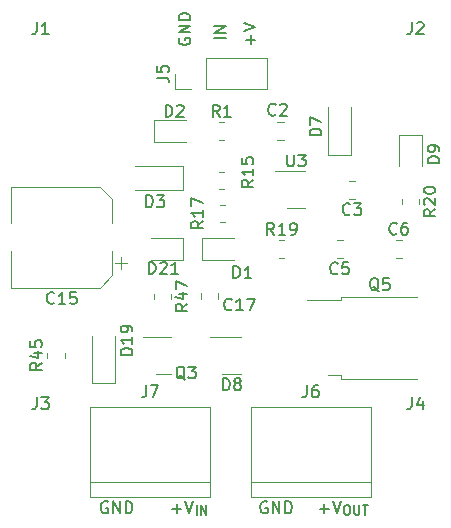
<source format=gbr>
%TF.GenerationSoftware,KiCad,Pcbnew,7.0.5*%
%TF.CreationDate,2023-09-16T15:34:49-07:00*%
%TF.ProjectId,HighSideSwitchModule,48696768-5369-4646-9553-77697463684d,rev?*%
%TF.SameCoordinates,Original*%
%TF.FileFunction,Legend,Top*%
%TF.FilePolarity,Positive*%
%FSLAX46Y46*%
G04 Gerber Fmt 4.6, Leading zero omitted, Abs format (unit mm)*
G04 Created by KiCad (PCBNEW 7.0.5) date 2023-09-16 15:34:49*
%MOMM*%
%LPD*%
G01*
G04 APERTURE LIST*
%ADD10C,0.150000*%
%ADD11C,0.120000*%
G04 APERTURE END LIST*
D10*
X150836779Y-93988866D02*
X151598684Y-93988866D01*
X151217731Y-94369819D02*
X151217731Y-93607914D01*
X151932017Y-93369819D02*
X152265350Y-94369819D01*
X152265350Y-94369819D02*
X152598683Y-93369819D01*
X152884398Y-94480295D02*
X152884398Y-93680295D01*
X153265350Y-94480295D02*
X153265350Y-93680295D01*
X153265350Y-93680295D02*
X153722493Y-94480295D01*
X153722493Y-94480295D02*
X153722493Y-93680295D01*
X151417438Y-54139411D02*
X151369819Y-54234649D01*
X151369819Y-54234649D02*
X151369819Y-54377506D01*
X151369819Y-54377506D02*
X151417438Y-54520363D01*
X151417438Y-54520363D02*
X151512676Y-54615601D01*
X151512676Y-54615601D02*
X151607914Y-54663220D01*
X151607914Y-54663220D02*
X151798390Y-54710839D01*
X151798390Y-54710839D02*
X151941247Y-54710839D01*
X151941247Y-54710839D02*
X152131723Y-54663220D01*
X152131723Y-54663220D02*
X152226961Y-54615601D01*
X152226961Y-54615601D02*
X152322200Y-54520363D01*
X152322200Y-54520363D02*
X152369819Y-54377506D01*
X152369819Y-54377506D02*
X152369819Y-54282268D01*
X152369819Y-54282268D02*
X152322200Y-54139411D01*
X152322200Y-54139411D02*
X152274580Y-54091792D01*
X152274580Y-54091792D02*
X151941247Y-54091792D01*
X151941247Y-54091792D02*
X151941247Y-54282268D01*
X152369819Y-53663220D02*
X151369819Y-53663220D01*
X151369819Y-53663220D02*
X152369819Y-53091792D01*
X152369819Y-53091792D02*
X151369819Y-53091792D01*
X152369819Y-52615601D02*
X151369819Y-52615601D01*
X151369819Y-52615601D02*
X151369819Y-52377506D01*
X151369819Y-52377506D02*
X151417438Y-52234649D01*
X151417438Y-52234649D02*
X151512676Y-52139411D01*
X151512676Y-52139411D02*
X151607914Y-52091792D01*
X151607914Y-52091792D02*
X151798390Y-52044173D01*
X151798390Y-52044173D02*
X151941247Y-52044173D01*
X151941247Y-52044173D02*
X152131723Y-52091792D01*
X152131723Y-52091792D02*
X152226961Y-52139411D01*
X152226961Y-52139411D02*
X152322200Y-52234649D01*
X152322200Y-52234649D02*
X152369819Y-52377506D01*
X152369819Y-52377506D02*
X152369819Y-52615601D01*
X163336779Y-93988866D02*
X164098684Y-93988866D01*
X163717731Y-94369819D02*
X163717731Y-93607914D01*
X164432017Y-93369819D02*
X164765350Y-94369819D01*
X164765350Y-94369819D02*
X165098683Y-93369819D01*
X165536779Y-93680295D02*
X165689160Y-93680295D01*
X165689160Y-93680295D02*
X165765350Y-93718390D01*
X165765350Y-93718390D02*
X165841541Y-93794580D01*
X165841541Y-93794580D02*
X165879636Y-93946961D01*
X165879636Y-93946961D02*
X165879636Y-94213628D01*
X165879636Y-94213628D02*
X165841541Y-94366009D01*
X165841541Y-94366009D02*
X165765350Y-94442200D01*
X165765350Y-94442200D02*
X165689160Y-94480295D01*
X165689160Y-94480295D02*
X165536779Y-94480295D01*
X165536779Y-94480295D02*
X165460588Y-94442200D01*
X165460588Y-94442200D02*
X165384398Y-94366009D01*
X165384398Y-94366009D02*
X165346302Y-94213628D01*
X165346302Y-94213628D02*
X165346302Y-93946961D01*
X165346302Y-93946961D02*
X165384398Y-93794580D01*
X165384398Y-93794580D02*
X165460588Y-93718390D01*
X165460588Y-93718390D02*
X165536779Y-93680295D01*
X166222493Y-93680295D02*
X166222493Y-94327914D01*
X166222493Y-94327914D02*
X166260588Y-94404104D01*
X166260588Y-94404104D02*
X166298683Y-94442200D01*
X166298683Y-94442200D02*
X166374874Y-94480295D01*
X166374874Y-94480295D02*
X166527255Y-94480295D01*
X166527255Y-94480295D02*
X166603445Y-94442200D01*
X166603445Y-94442200D02*
X166641540Y-94404104D01*
X166641540Y-94404104D02*
X166679636Y-94327914D01*
X166679636Y-94327914D02*
X166679636Y-93680295D01*
X166946302Y-93680295D02*
X167403445Y-93680295D01*
X167174873Y-94480295D02*
X167174873Y-93680295D01*
X157488866Y-54663220D02*
X157488866Y-53901316D01*
X157869819Y-54282268D02*
X157107914Y-54282268D01*
X156869819Y-53567982D02*
X157869819Y-53234649D01*
X157869819Y-53234649D02*
X156869819Y-52901316D01*
X145360588Y-93417438D02*
X145265350Y-93369819D01*
X145265350Y-93369819D02*
X145122493Y-93369819D01*
X145122493Y-93369819D02*
X144979636Y-93417438D01*
X144979636Y-93417438D02*
X144884398Y-93512676D01*
X144884398Y-93512676D02*
X144836779Y-93607914D01*
X144836779Y-93607914D02*
X144789160Y-93798390D01*
X144789160Y-93798390D02*
X144789160Y-93941247D01*
X144789160Y-93941247D02*
X144836779Y-94131723D01*
X144836779Y-94131723D02*
X144884398Y-94226961D01*
X144884398Y-94226961D02*
X144979636Y-94322200D01*
X144979636Y-94322200D02*
X145122493Y-94369819D01*
X145122493Y-94369819D02*
X145217731Y-94369819D01*
X145217731Y-94369819D02*
X145360588Y-94322200D01*
X145360588Y-94322200D02*
X145408207Y-94274580D01*
X145408207Y-94274580D02*
X145408207Y-93941247D01*
X145408207Y-93941247D02*
X145217731Y-93941247D01*
X145836779Y-94369819D02*
X145836779Y-93369819D01*
X145836779Y-93369819D02*
X146408207Y-94369819D01*
X146408207Y-94369819D02*
X146408207Y-93369819D01*
X146884398Y-94369819D02*
X146884398Y-93369819D01*
X146884398Y-93369819D02*
X147122493Y-93369819D01*
X147122493Y-93369819D02*
X147265350Y-93417438D01*
X147265350Y-93417438D02*
X147360588Y-93512676D01*
X147360588Y-93512676D02*
X147408207Y-93607914D01*
X147408207Y-93607914D02*
X147455826Y-93798390D01*
X147455826Y-93798390D02*
X147455826Y-93941247D01*
X147455826Y-93941247D02*
X147408207Y-94131723D01*
X147408207Y-94131723D02*
X147360588Y-94226961D01*
X147360588Y-94226961D02*
X147265350Y-94322200D01*
X147265350Y-94322200D02*
X147122493Y-94369819D01*
X147122493Y-94369819D02*
X146884398Y-94369819D01*
X158860588Y-93417438D02*
X158765350Y-93369819D01*
X158765350Y-93369819D02*
X158622493Y-93369819D01*
X158622493Y-93369819D02*
X158479636Y-93417438D01*
X158479636Y-93417438D02*
X158384398Y-93512676D01*
X158384398Y-93512676D02*
X158336779Y-93607914D01*
X158336779Y-93607914D02*
X158289160Y-93798390D01*
X158289160Y-93798390D02*
X158289160Y-93941247D01*
X158289160Y-93941247D02*
X158336779Y-94131723D01*
X158336779Y-94131723D02*
X158384398Y-94226961D01*
X158384398Y-94226961D02*
X158479636Y-94322200D01*
X158479636Y-94322200D02*
X158622493Y-94369819D01*
X158622493Y-94369819D02*
X158717731Y-94369819D01*
X158717731Y-94369819D02*
X158860588Y-94322200D01*
X158860588Y-94322200D02*
X158908207Y-94274580D01*
X158908207Y-94274580D02*
X158908207Y-93941247D01*
X158908207Y-93941247D02*
X158717731Y-93941247D01*
X159336779Y-94369819D02*
X159336779Y-93369819D01*
X159336779Y-93369819D02*
X159908207Y-94369819D01*
X159908207Y-94369819D02*
X159908207Y-93369819D01*
X160384398Y-94369819D02*
X160384398Y-93369819D01*
X160384398Y-93369819D02*
X160622493Y-93369819D01*
X160622493Y-93369819D02*
X160765350Y-93417438D01*
X160765350Y-93417438D02*
X160860588Y-93512676D01*
X160860588Y-93512676D02*
X160908207Y-93607914D01*
X160908207Y-93607914D02*
X160955826Y-93798390D01*
X160955826Y-93798390D02*
X160955826Y-93941247D01*
X160955826Y-93941247D02*
X160908207Y-94131723D01*
X160908207Y-94131723D02*
X160860588Y-94226961D01*
X160860588Y-94226961D02*
X160765350Y-94322200D01*
X160765350Y-94322200D02*
X160622493Y-94369819D01*
X160622493Y-94369819D02*
X160384398Y-94369819D01*
X155369819Y-54163220D02*
X154369819Y-54163220D01*
X155369819Y-53687030D02*
X154369819Y-53687030D01*
X154369819Y-53687030D02*
X155369819Y-53115602D01*
X155369819Y-53115602D02*
X154369819Y-53115602D01*
%TO.C,C6*%
X169833333Y-70679580D02*
X169785714Y-70727200D01*
X169785714Y-70727200D02*
X169642857Y-70774819D01*
X169642857Y-70774819D02*
X169547619Y-70774819D01*
X169547619Y-70774819D02*
X169404762Y-70727200D01*
X169404762Y-70727200D02*
X169309524Y-70631961D01*
X169309524Y-70631961D02*
X169261905Y-70536723D01*
X169261905Y-70536723D02*
X169214286Y-70346247D01*
X169214286Y-70346247D02*
X169214286Y-70203390D01*
X169214286Y-70203390D02*
X169261905Y-70012914D01*
X169261905Y-70012914D02*
X169309524Y-69917676D01*
X169309524Y-69917676D02*
X169404762Y-69822438D01*
X169404762Y-69822438D02*
X169547619Y-69774819D01*
X169547619Y-69774819D02*
X169642857Y-69774819D01*
X169642857Y-69774819D02*
X169785714Y-69822438D01*
X169785714Y-69822438D02*
X169833333Y-69870057D01*
X170690476Y-69774819D02*
X170500000Y-69774819D01*
X170500000Y-69774819D02*
X170404762Y-69822438D01*
X170404762Y-69822438D02*
X170357143Y-69870057D01*
X170357143Y-69870057D02*
X170261905Y-70012914D01*
X170261905Y-70012914D02*
X170214286Y-70203390D01*
X170214286Y-70203390D02*
X170214286Y-70584342D01*
X170214286Y-70584342D02*
X170261905Y-70679580D01*
X170261905Y-70679580D02*
X170309524Y-70727200D01*
X170309524Y-70727200D02*
X170404762Y-70774819D01*
X170404762Y-70774819D02*
X170595238Y-70774819D01*
X170595238Y-70774819D02*
X170690476Y-70727200D01*
X170690476Y-70727200D02*
X170738095Y-70679580D01*
X170738095Y-70679580D02*
X170785714Y-70584342D01*
X170785714Y-70584342D02*
X170785714Y-70346247D01*
X170785714Y-70346247D02*
X170738095Y-70251009D01*
X170738095Y-70251009D02*
X170690476Y-70203390D01*
X170690476Y-70203390D02*
X170595238Y-70155771D01*
X170595238Y-70155771D02*
X170404762Y-70155771D01*
X170404762Y-70155771D02*
X170309524Y-70203390D01*
X170309524Y-70203390D02*
X170261905Y-70251009D01*
X170261905Y-70251009D02*
X170214286Y-70346247D01*
%TO.C,Q3*%
X151904761Y-83050057D02*
X151809523Y-83002438D01*
X151809523Y-83002438D02*
X151714285Y-82907200D01*
X151714285Y-82907200D02*
X151571428Y-82764342D01*
X151571428Y-82764342D02*
X151476190Y-82716723D01*
X151476190Y-82716723D02*
X151380952Y-82716723D01*
X151428571Y-82954819D02*
X151333333Y-82907200D01*
X151333333Y-82907200D02*
X151238095Y-82811961D01*
X151238095Y-82811961D02*
X151190476Y-82621485D01*
X151190476Y-82621485D02*
X151190476Y-82288152D01*
X151190476Y-82288152D02*
X151238095Y-82097676D01*
X151238095Y-82097676D02*
X151333333Y-82002438D01*
X151333333Y-82002438D02*
X151428571Y-81954819D01*
X151428571Y-81954819D02*
X151619047Y-81954819D01*
X151619047Y-81954819D02*
X151714285Y-82002438D01*
X151714285Y-82002438D02*
X151809523Y-82097676D01*
X151809523Y-82097676D02*
X151857142Y-82288152D01*
X151857142Y-82288152D02*
X151857142Y-82621485D01*
X151857142Y-82621485D02*
X151809523Y-82811961D01*
X151809523Y-82811961D02*
X151714285Y-82907200D01*
X151714285Y-82907200D02*
X151619047Y-82954819D01*
X151619047Y-82954819D02*
X151428571Y-82954819D01*
X152190476Y-81954819D02*
X152809523Y-81954819D01*
X152809523Y-81954819D02*
X152476190Y-82335771D01*
X152476190Y-82335771D02*
X152619047Y-82335771D01*
X152619047Y-82335771D02*
X152714285Y-82383390D01*
X152714285Y-82383390D02*
X152761904Y-82431009D01*
X152761904Y-82431009D02*
X152809523Y-82526247D01*
X152809523Y-82526247D02*
X152809523Y-82764342D01*
X152809523Y-82764342D02*
X152761904Y-82859580D01*
X152761904Y-82859580D02*
X152714285Y-82907200D01*
X152714285Y-82907200D02*
X152619047Y-82954819D01*
X152619047Y-82954819D02*
X152333333Y-82954819D01*
X152333333Y-82954819D02*
X152238095Y-82907200D01*
X152238095Y-82907200D02*
X152190476Y-82859580D01*
%TO.C,J1*%
X139366666Y-52804819D02*
X139366666Y-53519104D01*
X139366666Y-53519104D02*
X139319047Y-53661961D01*
X139319047Y-53661961D02*
X139223809Y-53757200D01*
X139223809Y-53757200D02*
X139080952Y-53804819D01*
X139080952Y-53804819D02*
X138985714Y-53804819D01*
X140366666Y-53804819D02*
X139795238Y-53804819D01*
X140080952Y-53804819D02*
X140080952Y-52804819D01*
X140080952Y-52804819D02*
X139985714Y-52947676D01*
X139985714Y-52947676D02*
X139890476Y-53042914D01*
X139890476Y-53042914D02*
X139795238Y-53090533D01*
%TO.C,D3*%
X148611905Y-68454819D02*
X148611905Y-67454819D01*
X148611905Y-67454819D02*
X148850000Y-67454819D01*
X148850000Y-67454819D02*
X148992857Y-67502438D01*
X148992857Y-67502438D02*
X149088095Y-67597676D01*
X149088095Y-67597676D02*
X149135714Y-67692914D01*
X149135714Y-67692914D02*
X149183333Y-67883390D01*
X149183333Y-67883390D02*
X149183333Y-68026247D01*
X149183333Y-68026247D02*
X149135714Y-68216723D01*
X149135714Y-68216723D02*
X149088095Y-68311961D01*
X149088095Y-68311961D02*
X148992857Y-68407200D01*
X148992857Y-68407200D02*
X148850000Y-68454819D01*
X148850000Y-68454819D02*
X148611905Y-68454819D01*
X149516667Y-67454819D02*
X150135714Y-67454819D01*
X150135714Y-67454819D02*
X149802381Y-67835771D01*
X149802381Y-67835771D02*
X149945238Y-67835771D01*
X149945238Y-67835771D02*
X150040476Y-67883390D01*
X150040476Y-67883390D02*
X150088095Y-67931009D01*
X150088095Y-67931009D02*
X150135714Y-68026247D01*
X150135714Y-68026247D02*
X150135714Y-68264342D01*
X150135714Y-68264342D02*
X150088095Y-68359580D01*
X150088095Y-68359580D02*
X150040476Y-68407200D01*
X150040476Y-68407200D02*
X149945238Y-68454819D01*
X149945238Y-68454819D02*
X149659524Y-68454819D01*
X149659524Y-68454819D02*
X149564286Y-68407200D01*
X149564286Y-68407200D02*
X149516667Y-68359580D01*
%TO.C,D8*%
X155124405Y-83954819D02*
X155124405Y-82954819D01*
X155124405Y-82954819D02*
X155362500Y-82954819D01*
X155362500Y-82954819D02*
X155505357Y-83002438D01*
X155505357Y-83002438D02*
X155600595Y-83097676D01*
X155600595Y-83097676D02*
X155648214Y-83192914D01*
X155648214Y-83192914D02*
X155695833Y-83383390D01*
X155695833Y-83383390D02*
X155695833Y-83526247D01*
X155695833Y-83526247D02*
X155648214Y-83716723D01*
X155648214Y-83716723D02*
X155600595Y-83811961D01*
X155600595Y-83811961D02*
X155505357Y-83907200D01*
X155505357Y-83907200D02*
X155362500Y-83954819D01*
X155362500Y-83954819D02*
X155124405Y-83954819D01*
X156267262Y-83383390D02*
X156172024Y-83335771D01*
X156172024Y-83335771D02*
X156124405Y-83288152D01*
X156124405Y-83288152D02*
X156076786Y-83192914D01*
X156076786Y-83192914D02*
X156076786Y-83145295D01*
X156076786Y-83145295D02*
X156124405Y-83050057D01*
X156124405Y-83050057D02*
X156172024Y-83002438D01*
X156172024Y-83002438D02*
X156267262Y-82954819D01*
X156267262Y-82954819D02*
X156457738Y-82954819D01*
X156457738Y-82954819D02*
X156552976Y-83002438D01*
X156552976Y-83002438D02*
X156600595Y-83050057D01*
X156600595Y-83050057D02*
X156648214Y-83145295D01*
X156648214Y-83145295D02*
X156648214Y-83192914D01*
X156648214Y-83192914D02*
X156600595Y-83288152D01*
X156600595Y-83288152D02*
X156552976Y-83335771D01*
X156552976Y-83335771D02*
X156457738Y-83383390D01*
X156457738Y-83383390D02*
X156267262Y-83383390D01*
X156267262Y-83383390D02*
X156172024Y-83431009D01*
X156172024Y-83431009D02*
X156124405Y-83478628D01*
X156124405Y-83478628D02*
X156076786Y-83573866D01*
X156076786Y-83573866D02*
X156076786Y-83764342D01*
X156076786Y-83764342D02*
X156124405Y-83859580D01*
X156124405Y-83859580D02*
X156172024Y-83907200D01*
X156172024Y-83907200D02*
X156267262Y-83954819D01*
X156267262Y-83954819D02*
X156457738Y-83954819D01*
X156457738Y-83954819D02*
X156552976Y-83907200D01*
X156552976Y-83907200D02*
X156600595Y-83859580D01*
X156600595Y-83859580D02*
X156648214Y-83764342D01*
X156648214Y-83764342D02*
X156648214Y-83573866D01*
X156648214Y-83573866D02*
X156600595Y-83478628D01*
X156600595Y-83478628D02*
X156552976Y-83431009D01*
X156552976Y-83431009D02*
X156457738Y-83383390D01*
%TO.C,R47*%
X152104819Y-76642857D02*
X151628628Y-76976190D01*
X152104819Y-77214285D02*
X151104819Y-77214285D01*
X151104819Y-77214285D02*
X151104819Y-76833333D01*
X151104819Y-76833333D02*
X151152438Y-76738095D01*
X151152438Y-76738095D02*
X151200057Y-76690476D01*
X151200057Y-76690476D02*
X151295295Y-76642857D01*
X151295295Y-76642857D02*
X151438152Y-76642857D01*
X151438152Y-76642857D02*
X151533390Y-76690476D01*
X151533390Y-76690476D02*
X151581009Y-76738095D01*
X151581009Y-76738095D02*
X151628628Y-76833333D01*
X151628628Y-76833333D02*
X151628628Y-77214285D01*
X151438152Y-75785714D02*
X152104819Y-75785714D01*
X151057200Y-76023809D02*
X151771485Y-76261904D01*
X151771485Y-76261904D02*
X151771485Y-75642857D01*
X151104819Y-75357142D02*
X151104819Y-74690476D01*
X151104819Y-74690476D02*
X152104819Y-75119047D01*
%TO.C,D2*%
X150261905Y-60804819D02*
X150261905Y-59804819D01*
X150261905Y-59804819D02*
X150500000Y-59804819D01*
X150500000Y-59804819D02*
X150642857Y-59852438D01*
X150642857Y-59852438D02*
X150738095Y-59947676D01*
X150738095Y-59947676D02*
X150785714Y-60042914D01*
X150785714Y-60042914D02*
X150833333Y-60233390D01*
X150833333Y-60233390D02*
X150833333Y-60376247D01*
X150833333Y-60376247D02*
X150785714Y-60566723D01*
X150785714Y-60566723D02*
X150738095Y-60661961D01*
X150738095Y-60661961D02*
X150642857Y-60757200D01*
X150642857Y-60757200D02*
X150500000Y-60804819D01*
X150500000Y-60804819D02*
X150261905Y-60804819D01*
X151214286Y-59900057D02*
X151261905Y-59852438D01*
X151261905Y-59852438D02*
X151357143Y-59804819D01*
X151357143Y-59804819D02*
X151595238Y-59804819D01*
X151595238Y-59804819D02*
X151690476Y-59852438D01*
X151690476Y-59852438D02*
X151738095Y-59900057D01*
X151738095Y-59900057D02*
X151785714Y-59995295D01*
X151785714Y-59995295D02*
X151785714Y-60090533D01*
X151785714Y-60090533D02*
X151738095Y-60233390D01*
X151738095Y-60233390D02*
X151166667Y-60804819D01*
X151166667Y-60804819D02*
X151785714Y-60804819D01*
%TO.C,J3*%
X139366666Y-84554819D02*
X139366666Y-85269104D01*
X139366666Y-85269104D02*
X139319047Y-85411961D01*
X139319047Y-85411961D02*
X139223809Y-85507200D01*
X139223809Y-85507200D02*
X139080952Y-85554819D01*
X139080952Y-85554819D02*
X138985714Y-85554819D01*
X139747619Y-84554819D02*
X140366666Y-84554819D01*
X140366666Y-84554819D02*
X140033333Y-84935771D01*
X140033333Y-84935771D02*
X140176190Y-84935771D01*
X140176190Y-84935771D02*
X140271428Y-84983390D01*
X140271428Y-84983390D02*
X140319047Y-85031009D01*
X140319047Y-85031009D02*
X140366666Y-85126247D01*
X140366666Y-85126247D02*
X140366666Y-85364342D01*
X140366666Y-85364342D02*
X140319047Y-85459580D01*
X140319047Y-85459580D02*
X140271428Y-85507200D01*
X140271428Y-85507200D02*
X140176190Y-85554819D01*
X140176190Y-85554819D02*
X139890476Y-85554819D01*
X139890476Y-85554819D02*
X139795238Y-85507200D01*
X139795238Y-85507200D02*
X139747619Y-85459580D01*
%TO.C,R1*%
X154833333Y-60804819D02*
X154500000Y-60328628D01*
X154261905Y-60804819D02*
X154261905Y-59804819D01*
X154261905Y-59804819D02*
X154642857Y-59804819D01*
X154642857Y-59804819D02*
X154738095Y-59852438D01*
X154738095Y-59852438D02*
X154785714Y-59900057D01*
X154785714Y-59900057D02*
X154833333Y-59995295D01*
X154833333Y-59995295D02*
X154833333Y-60138152D01*
X154833333Y-60138152D02*
X154785714Y-60233390D01*
X154785714Y-60233390D02*
X154738095Y-60281009D01*
X154738095Y-60281009D02*
X154642857Y-60328628D01*
X154642857Y-60328628D02*
X154261905Y-60328628D01*
X155785714Y-60804819D02*
X155214286Y-60804819D01*
X155500000Y-60804819D02*
X155500000Y-59804819D01*
X155500000Y-59804819D02*
X155404762Y-59947676D01*
X155404762Y-59947676D02*
X155309524Y-60042914D01*
X155309524Y-60042914D02*
X155214286Y-60090533D01*
%TO.C,R19*%
X159444642Y-70804819D02*
X159111309Y-70328628D01*
X158873214Y-70804819D02*
X158873214Y-69804819D01*
X158873214Y-69804819D02*
X159254166Y-69804819D01*
X159254166Y-69804819D02*
X159349404Y-69852438D01*
X159349404Y-69852438D02*
X159397023Y-69900057D01*
X159397023Y-69900057D02*
X159444642Y-69995295D01*
X159444642Y-69995295D02*
X159444642Y-70138152D01*
X159444642Y-70138152D02*
X159397023Y-70233390D01*
X159397023Y-70233390D02*
X159349404Y-70281009D01*
X159349404Y-70281009D02*
X159254166Y-70328628D01*
X159254166Y-70328628D02*
X158873214Y-70328628D01*
X160397023Y-70804819D02*
X159825595Y-70804819D01*
X160111309Y-70804819D02*
X160111309Y-69804819D01*
X160111309Y-69804819D02*
X160016071Y-69947676D01*
X160016071Y-69947676D02*
X159920833Y-70042914D01*
X159920833Y-70042914D02*
X159825595Y-70090533D01*
X160873214Y-70804819D02*
X161063690Y-70804819D01*
X161063690Y-70804819D02*
X161158928Y-70757200D01*
X161158928Y-70757200D02*
X161206547Y-70709580D01*
X161206547Y-70709580D02*
X161301785Y-70566723D01*
X161301785Y-70566723D02*
X161349404Y-70376247D01*
X161349404Y-70376247D02*
X161349404Y-69995295D01*
X161349404Y-69995295D02*
X161301785Y-69900057D01*
X161301785Y-69900057D02*
X161254166Y-69852438D01*
X161254166Y-69852438D02*
X161158928Y-69804819D01*
X161158928Y-69804819D02*
X160968452Y-69804819D01*
X160968452Y-69804819D02*
X160873214Y-69852438D01*
X160873214Y-69852438D02*
X160825595Y-69900057D01*
X160825595Y-69900057D02*
X160777976Y-69995295D01*
X160777976Y-69995295D02*
X160777976Y-70233390D01*
X160777976Y-70233390D02*
X160825595Y-70328628D01*
X160825595Y-70328628D02*
X160873214Y-70376247D01*
X160873214Y-70376247D02*
X160968452Y-70423866D01*
X160968452Y-70423866D02*
X161158928Y-70423866D01*
X161158928Y-70423866D02*
X161254166Y-70376247D01*
X161254166Y-70376247D02*
X161301785Y-70328628D01*
X161301785Y-70328628D02*
X161349404Y-70233390D01*
%TO.C,C15*%
X140832142Y-76559580D02*
X140784523Y-76607200D01*
X140784523Y-76607200D02*
X140641666Y-76654819D01*
X140641666Y-76654819D02*
X140546428Y-76654819D01*
X140546428Y-76654819D02*
X140403571Y-76607200D01*
X140403571Y-76607200D02*
X140308333Y-76511961D01*
X140308333Y-76511961D02*
X140260714Y-76416723D01*
X140260714Y-76416723D02*
X140213095Y-76226247D01*
X140213095Y-76226247D02*
X140213095Y-76083390D01*
X140213095Y-76083390D02*
X140260714Y-75892914D01*
X140260714Y-75892914D02*
X140308333Y-75797676D01*
X140308333Y-75797676D02*
X140403571Y-75702438D01*
X140403571Y-75702438D02*
X140546428Y-75654819D01*
X140546428Y-75654819D02*
X140641666Y-75654819D01*
X140641666Y-75654819D02*
X140784523Y-75702438D01*
X140784523Y-75702438D02*
X140832142Y-75750057D01*
X141784523Y-76654819D02*
X141213095Y-76654819D01*
X141498809Y-76654819D02*
X141498809Y-75654819D01*
X141498809Y-75654819D02*
X141403571Y-75797676D01*
X141403571Y-75797676D02*
X141308333Y-75892914D01*
X141308333Y-75892914D02*
X141213095Y-75940533D01*
X142689285Y-75654819D02*
X142213095Y-75654819D01*
X142213095Y-75654819D02*
X142165476Y-76131009D01*
X142165476Y-76131009D02*
X142213095Y-76083390D01*
X142213095Y-76083390D02*
X142308333Y-76035771D01*
X142308333Y-76035771D02*
X142546428Y-76035771D01*
X142546428Y-76035771D02*
X142641666Y-76083390D01*
X142641666Y-76083390D02*
X142689285Y-76131009D01*
X142689285Y-76131009D02*
X142736904Y-76226247D01*
X142736904Y-76226247D02*
X142736904Y-76464342D01*
X142736904Y-76464342D02*
X142689285Y-76559580D01*
X142689285Y-76559580D02*
X142641666Y-76607200D01*
X142641666Y-76607200D02*
X142546428Y-76654819D01*
X142546428Y-76654819D02*
X142308333Y-76654819D01*
X142308333Y-76654819D02*
X142213095Y-76607200D01*
X142213095Y-76607200D02*
X142165476Y-76559580D01*
%TO.C,R45*%
X139804819Y-81642857D02*
X139328628Y-81976190D01*
X139804819Y-82214285D02*
X138804819Y-82214285D01*
X138804819Y-82214285D02*
X138804819Y-81833333D01*
X138804819Y-81833333D02*
X138852438Y-81738095D01*
X138852438Y-81738095D02*
X138900057Y-81690476D01*
X138900057Y-81690476D02*
X138995295Y-81642857D01*
X138995295Y-81642857D02*
X139138152Y-81642857D01*
X139138152Y-81642857D02*
X139233390Y-81690476D01*
X139233390Y-81690476D02*
X139281009Y-81738095D01*
X139281009Y-81738095D02*
X139328628Y-81833333D01*
X139328628Y-81833333D02*
X139328628Y-82214285D01*
X139138152Y-80785714D02*
X139804819Y-80785714D01*
X138757200Y-81023809D02*
X139471485Y-81261904D01*
X139471485Y-81261904D02*
X139471485Y-80642857D01*
X138804819Y-79785714D02*
X138804819Y-80261904D01*
X138804819Y-80261904D02*
X139281009Y-80309523D01*
X139281009Y-80309523D02*
X139233390Y-80261904D01*
X139233390Y-80261904D02*
X139185771Y-80166666D01*
X139185771Y-80166666D02*
X139185771Y-79928571D01*
X139185771Y-79928571D02*
X139233390Y-79833333D01*
X139233390Y-79833333D02*
X139281009Y-79785714D01*
X139281009Y-79785714D02*
X139376247Y-79738095D01*
X139376247Y-79738095D02*
X139614342Y-79738095D01*
X139614342Y-79738095D02*
X139709580Y-79785714D01*
X139709580Y-79785714D02*
X139757200Y-79833333D01*
X139757200Y-79833333D02*
X139804819Y-79928571D01*
X139804819Y-79928571D02*
X139804819Y-80166666D01*
X139804819Y-80166666D02*
X139757200Y-80261904D01*
X139757200Y-80261904D02*
X139709580Y-80309523D01*
%TO.C,J4*%
X171116666Y-84554819D02*
X171116666Y-85269104D01*
X171116666Y-85269104D02*
X171069047Y-85411961D01*
X171069047Y-85411961D02*
X170973809Y-85507200D01*
X170973809Y-85507200D02*
X170830952Y-85554819D01*
X170830952Y-85554819D02*
X170735714Y-85554819D01*
X172021428Y-84888152D02*
X172021428Y-85554819D01*
X171783333Y-84507200D02*
X171545238Y-85221485D01*
X171545238Y-85221485D02*
X172164285Y-85221485D01*
%TO.C,J6*%
X162226666Y-83549319D02*
X162226666Y-84263604D01*
X162226666Y-84263604D02*
X162179047Y-84406461D01*
X162179047Y-84406461D02*
X162083809Y-84501700D01*
X162083809Y-84501700D02*
X161940952Y-84549319D01*
X161940952Y-84549319D02*
X161845714Y-84549319D01*
X163131428Y-83549319D02*
X162940952Y-83549319D01*
X162940952Y-83549319D02*
X162845714Y-83596938D01*
X162845714Y-83596938D02*
X162798095Y-83644557D01*
X162798095Y-83644557D02*
X162702857Y-83787414D01*
X162702857Y-83787414D02*
X162655238Y-83977890D01*
X162655238Y-83977890D02*
X162655238Y-84358842D01*
X162655238Y-84358842D02*
X162702857Y-84454080D01*
X162702857Y-84454080D02*
X162750476Y-84501700D01*
X162750476Y-84501700D02*
X162845714Y-84549319D01*
X162845714Y-84549319D02*
X163036190Y-84549319D01*
X163036190Y-84549319D02*
X163131428Y-84501700D01*
X163131428Y-84501700D02*
X163179047Y-84454080D01*
X163179047Y-84454080D02*
X163226666Y-84358842D01*
X163226666Y-84358842D02*
X163226666Y-84120747D01*
X163226666Y-84120747D02*
X163179047Y-84025509D01*
X163179047Y-84025509D02*
X163131428Y-83977890D01*
X163131428Y-83977890D02*
X163036190Y-83930271D01*
X163036190Y-83930271D02*
X162845714Y-83930271D01*
X162845714Y-83930271D02*
X162750476Y-83977890D01*
X162750476Y-83977890D02*
X162702857Y-84025509D01*
X162702857Y-84025509D02*
X162655238Y-84120747D01*
%TO.C,R17*%
X153454819Y-69642857D02*
X152978628Y-69976190D01*
X153454819Y-70214285D02*
X152454819Y-70214285D01*
X152454819Y-70214285D02*
X152454819Y-69833333D01*
X152454819Y-69833333D02*
X152502438Y-69738095D01*
X152502438Y-69738095D02*
X152550057Y-69690476D01*
X152550057Y-69690476D02*
X152645295Y-69642857D01*
X152645295Y-69642857D02*
X152788152Y-69642857D01*
X152788152Y-69642857D02*
X152883390Y-69690476D01*
X152883390Y-69690476D02*
X152931009Y-69738095D01*
X152931009Y-69738095D02*
X152978628Y-69833333D01*
X152978628Y-69833333D02*
X152978628Y-70214285D01*
X153454819Y-68690476D02*
X153454819Y-69261904D01*
X153454819Y-68976190D02*
X152454819Y-68976190D01*
X152454819Y-68976190D02*
X152597676Y-69071428D01*
X152597676Y-69071428D02*
X152692914Y-69166666D01*
X152692914Y-69166666D02*
X152740533Y-69261904D01*
X152454819Y-68357142D02*
X152454819Y-67690476D01*
X152454819Y-67690476D02*
X153454819Y-68119047D01*
%TO.C,J2*%
X171116666Y-52804819D02*
X171116666Y-53519104D01*
X171116666Y-53519104D02*
X171069047Y-53661961D01*
X171069047Y-53661961D02*
X170973809Y-53757200D01*
X170973809Y-53757200D02*
X170830952Y-53804819D01*
X170830952Y-53804819D02*
X170735714Y-53804819D01*
X171545238Y-52900057D02*
X171592857Y-52852438D01*
X171592857Y-52852438D02*
X171688095Y-52804819D01*
X171688095Y-52804819D02*
X171926190Y-52804819D01*
X171926190Y-52804819D02*
X172021428Y-52852438D01*
X172021428Y-52852438D02*
X172069047Y-52900057D01*
X172069047Y-52900057D02*
X172116666Y-52995295D01*
X172116666Y-52995295D02*
X172116666Y-53090533D01*
X172116666Y-53090533D02*
X172069047Y-53233390D01*
X172069047Y-53233390D02*
X171497619Y-53804819D01*
X171497619Y-53804819D02*
X172116666Y-53804819D01*
%TO.C,D19*%
X147454819Y-80964285D02*
X146454819Y-80964285D01*
X146454819Y-80964285D02*
X146454819Y-80726190D01*
X146454819Y-80726190D02*
X146502438Y-80583333D01*
X146502438Y-80583333D02*
X146597676Y-80488095D01*
X146597676Y-80488095D02*
X146692914Y-80440476D01*
X146692914Y-80440476D02*
X146883390Y-80392857D01*
X146883390Y-80392857D02*
X147026247Y-80392857D01*
X147026247Y-80392857D02*
X147216723Y-80440476D01*
X147216723Y-80440476D02*
X147311961Y-80488095D01*
X147311961Y-80488095D02*
X147407200Y-80583333D01*
X147407200Y-80583333D02*
X147454819Y-80726190D01*
X147454819Y-80726190D02*
X147454819Y-80964285D01*
X147454819Y-79440476D02*
X147454819Y-80011904D01*
X147454819Y-79726190D02*
X146454819Y-79726190D01*
X146454819Y-79726190D02*
X146597676Y-79821428D01*
X146597676Y-79821428D02*
X146692914Y-79916666D01*
X146692914Y-79916666D02*
X146740533Y-80011904D01*
X147454819Y-78964285D02*
X147454819Y-78773809D01*
X147454819Y-78773809D02*
X147407200Y-78678571D01*
X147407200Y-78678571D02*
X147359580Y-78630952D01*
X147359580Y-78630952D02*
X147216723Y-78535714D01*
X147216723Y-78535714D02*
X147026247Y-78488095D01*
X147026247Y-78488095D02*
X146645295Y-78488095D01*
X146645295Y-78488095D02*
X146550057Y-78535714D01*
X146550057Y-78535714D02*
X146502438Y-78583333D01*
X146502438Y-78583333D02*
X146454819Y-78678571D01*
X146454819Y-78678571D02*
X146454819Y-78869047D01*
X146454819Y-78869047D02*
X146502438Y-78964285D01*
X146502438Y-78964285D02*
X146550057Y-79011904D01*
X146550057Y-79011904D02*
X146645295Y-79059523D01*
X146645295Y-79059523D02*
X146883390Y-79059523D01*
X146883390Y-79059523D02*
X146978628Y-79011904D01*
X146978628Y-79011904D02*
X147026247Y-78964285D01*
X147026247Y-78964285D02*
X147073866Y-78869047D01*
X147073866Y-78869047D02*
X147073866Y-78678571D01*
X147073866Y-78678571D02*
X147026247Y-78583333D01*
X147026247Y-78583333D02*
X146978628Y-78535714D01*
X146978628Y-78535714D02*
X146883390Y-78488095D01*
%TO.C,J7*%
X148614666Y-83549319D02*
X148614666Y-84263604D01*
X148614666Y-84263604D02*
X148567047Y-84406461D01*
X148567047Y-84406461D02*
X148471809Y-84501700D01*
X148471809Y-84501700D02*
X148328952Y-84549319D01*
X148328952Y-84549319D02*
X148233714Y-84549319D01*
X148995619Y-83549319D02*
X149662285Y-83549319D01*
X149662285Y-83549319D02*
X149233714Y-84549319D01*
%TO.C,C5*%
X164833333Y-74039580D02*
X164785714Y-74087200D01*
X164785714Y-74087200D02*
X164642857Y-74134819D01*
X164642857Y-74134819D02*
X164547619Y-74134819D01*
X164547619Y-74134819D02*
X164404762Y-74087200D01*
X164404762Y-74087200D02*
X164309524Y-73991961D01*
X164309524Y-73991961D02*
X164261905Y-73896723D01*
X164261905Y-73896723D02*
X164214286Y-73706247D01*
X164214286Y-73706247D02*
X164214286Y-73563390D01*
X164214286Y-73563390D02*
X164261905Y-73372914D01*
X164261905Y-73372914D02*
X164309524Y-73277676D01*
X164309524Y-73277676D02*
X164404762Y-73182438D01*
X164404762Y-73182438D02*
X164547619Y-73134819D01*
X164547619Y-73134819D02*
X164642857Y-73134819D01*
X164642857Y-73134819D02*
X164785714Y-73182438D01*
X164785714Y-73182438D02*
X164833333Y-73230057D01*
X165738095Y-73134819D02*
X165261905Y-73134819D01*
X165261905Y-73134819D02*
X165214286Y-73611009D01*
X165214286Y-73611009D02*
X165261905Y-73563390D01*
X165261905Y-73563390D02*
X165357143Y-73515771D01*
X165357143Y-73515771D02*
X165595238Y-73515771D01*
X165595238Y-73515771D02*
X165690476Y-73563390D01*
X165690476Y-73563390D02*
X165738095Y-73611009D01*
X165738095Y-73611009D02*
X165785714Y-73706247D01*
X165785714Y-73706247D02*
X165785714Y-73944342D01*
X165785714Y-73944342D02*
X165738095Y-74039580D01*
X165738095Y-74039580D02*
X165690476Y-74087200D01*
X165690476Y-74087200D02*
X165595238Y-74134819D01*
X165595238Y-74134819D02*
X165357143Y-74134819D01*
X165357143Y-74134819D02*
X165261905Y-74087200D01*
X165261905Y-74087200D02*
X165214286Y-74039580D01*
%TO.C,C17*%
X155857142Y-77109580D02*
X155809523Y-77157200D01*
X155809523Y-77157200D02*
X155666666Y-77204819D01*
X155666666Y-77204819D02*
X155571428Y-77204819D01*
X155571428Y-77204819D02*
X155428571Y-77157200D01*
X155428571Y-77157200D02*
X155333333Y-77061961D01*
X155333333Y-77061961D02*
X155285714Y-76966723D01*
X155285714Y-76966723D02*
X155238095Y-76776247D01*
X155238095Y-76776247D02*
X155238095Y-76633390D01*
X155238095Y-76633390D02*
X155285714Y-76442914D01*
X155285714Y-76442914D02*
X155333333Y-76347676D01*
X155333333Y-76347676D02*
X155428571Y-76252438D01*
X155428571Y-76252438D02*
X155571428Y-76204819D01*
X155571428Y-76204819D02*
X155666666Y-76204819D01*
X155666666Y-76204819D02*
X155809523Y-76252438D01*
X155809523Y-76252438D02*
X155857142Y-76300057D01*
X156809523Y-77204819D02*
X156238095Y-77204819D01*
X156523809Y-77204819D02*
X156523809Y-76204819D01*
X156523809Y-76204819D02*
X156428571Y-76347676D01*
X156428571Y-76347676D02*
X156333333Y-76442914D01*
X156333333Y-76442914D02*
X156238095Y-76490533D01*
X157142857Y-76204819D02*
X157809523Y-76204819D01*
X157809523Y-76204819D02*
X157380952Y-77204819D01*
%TO.C,R15*%
X157704819Y-66142857D02*
X157228628Y-66476190D01*
X157704819Y-66714285D02*
X156704819Y-66714285D01*
X156704819Y-66714285D02*
X156704819Y-66333333D01*
X156704819Y-66333333D02*
X156752438Y-66238095D01*
X156752438Y-66238095D02*
X156800057Y-66190476D01*
X156800057Y-66190476D02*
X156895295Y-66142857D01*
X156895295Y-66142857D02*
X157038152Y-66142857D01*
X157038152Y-66142857D02*
X157133390Y-66190476D01*
X157133390Y-66190476D02*
X157181009Y-66238095D01*
X157181009Y-66238095D02*
X157228628Y-66333333D01*
X157228628Y-66333333D02*
X157228628Y-66714285D01*
X157704819Y-65190476D02*
X157704819Y-65761904D01*
X157704819Y-65476190D02*
X156704819Y-65476190D01*
X156704819Y-65476190D02*
X156847676Y-65571428D01*
X156847676Y-65571428D02*
X156942914Y-65666666D01*
X156942914Y-65666666D02*
X156990533Y-65761904D01*
X156704819Y-64285714D02*
X156704819Y-64761904D01*
X156704819Y-64761904D02*
X157181009Y-64809523D01*
X157181009Y-64809523D02*
X157133390Y-64761904D01*
X157133390Y-64761904D02*
X157085771Y-64666666D01*
X157085771Y-64666666D02*
X157085771Y-64428571D01*
X157085771Y-64428571D02*
X157133390Y-64333333D01*
X157133390Y-64333333D02*
X157181009Y-64285714D01*
X157181009Y-64285714D02*
X157276247Y-64238095D01*
X157276247Y-64238095D02*
X157514342Y-64238095D01*
X157514342Y-64238095D02*
X157609580Y-64285714D01*
X157609580Y-64285714D02*
X157657200Y-64333333D01*
X157657200Y-64333333D02*
X157704819Y-64428571D01*
X157704819Y-64428571D02*
X157704819Y-64666666D01*
X157704819Y-64666666D02*
X157657200Y-64761904D01*
X157657200Y-64761904D02*
X157609580Y-64809523D01*
%TO.C,D9*%
X173454819Y-64738094D02*
X172454819Y-64738094D01*
X172454819Y-64738094D02*
X172454819Y-64499999D01*
X172454819Y-64499999D02*
X172502438Y-64357142D01*
X172502438Y-64357142D02*
X172597676Y-64261904D01*
X172597676Y-64261904D02*
X172692914Y-64214285D01*
X172692914Y-64214285D02*
X172883390Y-64166666D01*
X172883390Y-64166666D02*
X173026247Y-64166666D01*
X173026247Y-64166666D02*
X173216723Y-64214285D01*
X173216723Y-64214285D02*
X173311961Y-64261904D01*
X173311961Y-64261904D02*
X173407200Y-64357142D01*
X173407200Y-64357142D02*
X173454819Y-64499999D01*
X173454819Y-64499999D02*
X173454819Y-64738094D01*
X173454819Y-63690475D02*
X173454819Y-63499999D01*
X173454819Y-63499999D02*
X173407200Y-63404761D01*
X173407200Y-63404761D02*
X173359580Y-63357142D01*
X173359580Y-63357142D02*
X173216723Y-63261904D01*
X173216723Y-63261904D02*
X173026247Y-63214285D01*
X173026247Y-63214285D02*
X172645295Y-63214285D01*
X172645295Y-63214285D02*
X172550057Y-63261904D01*
X172550057Y-63261904D02*
X172502438Y-63309523D01*
X172502438Y-63309523D02*
X172454819Y-63404761D01*
X172454819Y-63404761D02*
X172454819Y-63595237D01*
X172454819Y-63595237D02*
X172502438Y-63690475D01*
X172502438Y-63690475D02*
X172550057Y-63738094D01*
X172550057Y-63738094D02*
X172645295Y-63785713D01*
X172645295Y-63785713D02*
X172883390Y-63785713D01*
X172883390Y-63785713D02*
X172978628Y-63738094D01*
X172978628Y-63738094D02*
X173026247Y-63690475D01*
X173026247Y-63690475D02*
X173073866Y-63595237D01*
X173073866Y-63595237D02*
X173073866Y-63404761D01*
X173073866Y-63404761D02*
X173026247Y-63309523D01*
X173026247Y-63309523D02*
X172978628Y-63261904D01*
X172978628Y-63261904D02*
X172883390Y-63214285D01*
%TO.C,R20*%
X173104819Y-68642857D02*
X172628628Y-68976190D01*
X173104819Y-69214285D02*
X172104819Y-69214285D01*
X172104819Y-69214285D02*
X172104819Y-68833333D01*
X172104819Y-68833333D02*
X172152438Y-68738095D01*
X172152438Y-68738095D02*
X172200057Y-68690476D01*
X172200057Y-68690476D02*
X172295295Y-68642857D01*
X172295295Y-68642857D02*
X172438152Y-68642857D01*
X172438152Y-68642857D02*
X172533390Y-68690476D01*
X172533390Y-68690476D02*
X172581009Y-68738095D01*
X172581009Y-68738095D02*
X172628628Y-68833333D01*
X172628628Y-68833333D02*
X172628628Y-69214285D01*
X172200057Y-68261904D02*
X172152438Y-68214285D01*
X172152438Y-68214285D02*
X172104819Y-68119047D01*
X172104819Y-68119047D02*
X172104819Y-67880952D01*
X172104819Y-67880952D02*
X172152438Y-67785714D01*
X172152438Y-67785714D02*
X172200057Y-67738095D01*
X172200057Y-67738095D02*
X172295295Y-67690476D01*
X172295295Y-67690476D02*
X172390533Y-67690476D01*
X172390533Y-67690476D02*
X172533390Y-67738095D01*
X172533390Y-67738095D02*
X173104819Y-68309523D01*
X173104819Y-68309523D02*
X173104819Y-67690476D01*
X172104819Y-67071428D02*
X172104819Y-66976190D01*
X172104819Y-66976190D02*
X172152438Y-66880952D01*
X172152438Y-66880952D02*
X172200057Y-66833333D01*
X172200057Y-66833333D02*
X172295295Y-66785714D01*
X172295295Y-66785714D02*
X172485771Y-66738095D01*
X172485771Y-66738095D02*
X172723866Y-66738095D01*
X172723866Y-66738095D02*
X172914342Y-66785714D01*
X172914342Y-66785714D02*
X173009580Y-66833333D01*
X173009580Y-66833333D02*
X173057200Y-66880952D01*
X173057200Y-66880952D02*
X173104819Y-66976190D01*
X173104819Y-66976190D02*
X173104819Y-67071428D01*
X173104819Y-67071428D02*
X173057200Y-67166666D01*
X173057200Y-67166666D02*
X173009580Y-67214285D01*
X173009580Y-67214285D02*
X172914342Y-67261904D01*
X172914342Y-67261904D02*
X172723866Y-67309523D01*
X172723866Y-67309523D02*
X172485771Y-67309523D01*
X172485771Y-67309523D02*
X172295295Y-67261904D01*
X172295295Y-67261904D02*
X172200057Y-67214285D01*
X172200057Y-67214285D02*
X172152438Y-67166666D01*
X172152438Y-67166666D02*
X172104819Y-67071428D01*
%TO.C,C2*%
X159583333Y-60609580D02*
X159535714Y-60657200D01*
X159535714Y-60657200D02*
X159392857Y-60704819D01*
X159392857Y-60704819D02*
X159297619Y-60704819D01*
X159297619Y-60704819D02*
X159154762Y-60657200D01*
X159154762Y-60657200D02*
X159059524Y-60561961D01*
X159059524Y-60561961D02*
X159011905Y-60466723D01*
X159011905Y-60466723D02*
X158964286Y-60276247D01*
X158964286Y-60276247D02*
X158964286Y-60133390D01*
X158964286Y-60133390D02*
X159011905Y-59942914D01*
X159011905Y-59942914D02*
X159059524Y-59847676D01*
X159059524Y-59847676D02*
X159154762Y-59752438D01*
X159154762Y-59752438D02*
X159297619Y-59704819D01*
X159297619Y-59704819D02*
X159392857Y-59704819D01*
X159392857Y-59704819D02*
X159535714Y-59752438D01*
X159535714Y-59752438D02*
X159583333Y-59800057D01*
X159964286Y-59800057D02*
X160011905Y-59752438D01*
X160011905Y-59752438D02*
X160107143Y-59704819D01*
X160107143Y-59704819D02*
X160345238Y-59704819D01*
X160345238Y-59704819D02*
X160440476Y-59752438D01*
X160440476Y-59752438D02*
X160488095Y-59800057D01*
X160488095Y-59800057D02*
X160535714Y-59895295D01*
X160535714Y-59895295D02*
X160535714Y-59990533D01*
X160535714Y-59990533D02*
X160488095Y-60133390D01*
X160488095Y-60133390D02*
X159916667Y-60704819D01*
X159916667Y-60704819D02*
X160535714Y-60704819D01*
%TO.C,D21*%
X148848214Y-74104819D02*
X148848214Y-73104819D01*
X148848214Y-73104819D02*
X149086309Y-73104819D01*
X149086309Y-73104819D02*
X149229166Y-73152438D01*
X149229166Y-73152438D02*
X149324404Y-73247676D01*
X149324404Y-73247676D02*
X149372023Y-73342914D01*
X149372023Y-73342914D02*
X149419642Y-73533390D01*
X149419642Y-73533390D02*
X149419642Y-73676247D01*
X149419642Y-73676247D02*
X149372023Y-73866723D01*
X149372023Y-73866723D02*
X149324404Y-73961961D01*
X149324404Y-73961961D02*
X149229166Y-74057200D01*
X149229166Y-74057200D02*
X149086309Y-74104819D01*
X149086309Y-74104819D02*
X148848214Y-74104819D01*
X149800595Y-73200057D02*
X149848214Y-73152438D01*
X149848214Y-73152438D02*
X149943452Y-73104819D01*
X149943452Y-73104819D02*
X150181547Y-73104819D01*
X150181547Y-73104819D02*
X150276785Y-73152438D01*
X150276785Y-73152438D02*
X150324404Y-73200057D01*
X150324404Y-73200057D02*
X150372023Y-73295295D01*
X150372023Y-73295295D02*
X150372023Y-73390533D01*
X150372023Y-73390533D02*
X150324404Y-73533390D01*
X150324404Y-73533390D02*
X149752976Y-74104819D01*
X149752976Y-74104819D02*
X150372023Y-74104819D01*
X151324404Y-74104819D02*
X150752976Y-74104819D01*
X151038690Y-74104819D02*
X151038690Y-73104819D01*
X151038690Y-73104819D02*
X150943452Y-73247676D01*
X150943452Y-73247676D02*
X150848214Y-73342914D01*
X150848214Y-73342914D02*
X150752976Y-73390533D01*
%TO.C,J5*%
X149524819Y-57483333D02*
X150239104Y-57483333D01*
X150239104Y-57483333D02*
X150381961Y-57530952D01*
X150381961Y-57530952D02*
X150477200Y-57626190D01*
X150477200Y-57626190D02*
X150524819Y-57769047D01*
X150524819Y-57769047D02*
X150524819Y-57864285D01*
X149524819Y-56530952D02*
X149524819Y-57007142D01*
X149524819Y-57007142D02*
X150001009Y-57054761D01*
X150001009Y-57054761D02*
X149953390Y-57007142D01*
X149953390Y-57007142D02*
X149905771Y-56911904D01*
X149905771Y-56911904D02*
X149905771Y-56673809D01*
X149905771Y-56673809D02*
X149953390Y-56578571D01*
X149953390Y-56578571D02*
X150001009Y-56530952D01*
X150001009Y-56530952D02*
X150096247Y-56483333D01*
X150096247Y-56483333D02*
X150334342Y-56483333D01*
X150334342Y-56483333D02*
X150429580Y-56530952D01*
X150429580Y-56530952D02*
X150477200Y-56578571D01*
X150477200Y-56578571D02*
X150524819Y-56673809D01*
X150524819Y-56673809D02*
X150524819Y-56911904D01*
X150524819Y-56911904D02*
X150477200Y-57007142D01*
X150477200Y-57007142D02*
X150429580Y-57054761D01*
%TO.C,C3*%
X165883333Y-69039580D02*
X165835714Y-69087200D01*
X165835714Y-69087200D02*
X165692857Y-69134819D01*
X165692857Y-69134819D02*
X165597619Y-69134819D01*
X165597619Y-69134819D02*
X165454762Y-69087200D01*
X165454762Y-69087200D02*
X165359524Y-68991961D01*
X165359524Y-68991961D02*
X165311905Y-68896723D01*
X165311905Y-68896723D02*
X165264286Y-68706247D01*
X165264286Y-68706247D02*
X165264286Y-68563390D01*
X165264286Y-68563390D02*
X165311905Y-68372914D01*
X165311905Y-68372914D02*
X165359524Y-68277676D01*
X165359524Y-68277676D02*
X165454762Y-68182438D01*
X165454762Y-68182438D02*
X165597619Y-68134819D01*
X165597619Y-68134819D02*
X165692857Y-68134819D01*
X165692857Y-68134819D02*
X165835714Y-68182438D01*
X165835714Y-68182438D02*
X165883333Y-68230057D01*
X166216667Y-68134819D02*
X166835714Y-68134819D01*
X166835714Y-68134819D02*
X166502381Y-68515771D01*
X166502381Y-68515771D02*
X166645238Y-68515771D01*
X166645238Y-68515771D02*
X166740476Y-68563390D01*
X166740476Y-68563390D02*
X166788095Y-68611009D01*
X166788095Y-68611009D02*
X166835714Y-68706247D01*
X166835714Y-68706247D02*
X166835714Y-68944342D01*
X166835714Y-68944342D02*
X166788095Y-69039580D01*
X166788095Y-69039580D02*
X166740476Y-69087200D01*
X166740476Y-69087200D02*
X166645238Y-69134819D01*
X166645238Y-69134819D02*
X166359524Y-69134819D01*
X166359524Y-69134819D02*
X166264286Y-69087200D01*
X166264286Y-69087200D02*
X166216667Y-69039580D01*
%TO.C,D7*%
X163454819Y-62388094D02*
X162454819Y-62388094D01*
X162454819Y-62388094D02*
X162454819Y-62149999D01*
X162454819Y-62149999D02*
X162502438Y-62007142D01*
X162502438Y-62007142D02*
X162597676Y-61911904D01*
X162597676Y-61911904D02*
X162692914Y-61864285D01*
X162692914Y-61864285D02*
X162883390Y-61816666D01*
X162883390Y-61816666D02*
X163026247Y-61816666D01*
X163026247Y-61816666D02*
X163216723Y-61864285D01*
X163216723Y-61864285D02*
X163311961Y-61911904D01*
X163311961Y-61911904D02*
X163407200Y-62007142D01*
X163407200Y-62007142D02*
X163454819Y-62149999D01*
X163454819Y-62149999D02*
X163454819Y-62388094D01*
X162454819Y-61483332D02*
X162454819Y-60816666D01*
X162454819Y-60816666D02*
X163454819Y-61245237D01*
%TO.C,D1*%
X156011905Y-74454819D02*
X156011905Y-73454819D01*
X156011905Y-73454819D02*
X156250000Y-73454819D01*
X156250000Y-73454819D02*
X156392857Y-73502438D01*
X156392857Y-73502438D02*
X156488095Y-73597676D01*
X156488095Y-73597676D02*
X156535714Y-73692914D01*
X156535714Y-73692914D02*
X156583333Y-73883390D01*
X156583333Y-73883390D02*
X156583333Y-74026247D01*
X156583333Y-74026247D02*
X156535714Y-74216723D01*
X156535714Y-74216723D02*
X156488095Y-74311961D01*
X156488095Y-74311961D02*
X156392857Y-74407200D01*
X156392857Y-74407200D02*
X156250000Y-74454819D01*
X156250000Y-74454819D02*
X156011905Y-74454819D01*
X157535714Y-74454819D02*
X156964286Y-74454819D01*
X157250000Y-74454819D02*
X157250000Y-73454819D01*
X157250000Y-73454819D02*
X157154762Y-73597676D01*
X157154762Y-73597676D02*
X157059524Y-73692914D01*
X157059524Y-73692914D02*
X156964286Y-73740533D01*
%TO.C,Q5*%
X168319761Y-75575057D02*
X168224523Y-75527438D01*
X168224523Y-75527438D02*
X168129285Y-75432200D01*
X168129285Y-75432200D02*
X167986428Y-75289342D01*
X167986428Y-75289342D02*
X167891190Y-75241723D01*
X167891190Y-75241723D02*
X167795952Y-75241723D01*
X167843571Y-75479819D02*
X167748333Y-75432200D01*
X167748333Y-75432200D02*
X167653095Y-75336961D01*
X167653095Y-75336961D02*
X167605476Y-75146485D01*
X167605476Y-75146485D02*
X167605476Y-74813152D01*
X167605476Y-74813152D02*
X167653095Y-74622676D01*
X167653095Y-74622676D02*
X167748333Y-74527438D01*
X167748333Y-74527438D02*
X167843571Y-74479819D01*
X167843571Y-74479819D02*
X168034047Y-74479819D01*
X168034047Y-74479819D02*
X168129285Y-74527438D01*
X168129285Y-74527438D02*
X168224523Y-74622676D01*
X168224523Y-74622676D02*
X168272142Y-74813152D01*
X168272142Y-74813152D02*
X168272142Y-75146485D01*
X168272142Y-75146485D02*
X168224523Y-75336961D01*
X168224523Y-75336961D02*
X168129285Y-75432200D01*
X168129285Y-75432200D02*
X168034047Y-75479819D01*
X168034047Y-75479819D02*
X167843571Y-75479819D01*
X169176904Y-74479819D02*
X168700714Y-74479819D01*
X168700714Y-74479819D02*
X168653095Y-74956009D01*
X168653095Y-74956009D02*
X168700714Y-74908390D01*
X168700714Y-74908390D02*
X168795952Y-74860771D01*
X168795952Y-74860771D02*
X169034047Y-74860771D01*
X169034047Y-74860771D02*
X169129285Y-74908390D01*
X169129285Y-74908390D02*
X169176904Y-74956009D01*
X169176904Y-74956009D02*
X169224523Y-75051247D01*
X169224523Y-75051247D02*
X169224523Y-75289342D01*
X169224523Y-75289342D02*
X169176904Y-75384580D01*
X169176904Y-75384580D02*
X169129285Y-75432200D01*
X169129285Y-75432200D02*
X169034047Y-75479819D01*
X169034047Y-75479819D02*
X168795952Y-75479819D01*
X168795952Y-75479819D02*
X168700714Y-75432200D01*
X168700714Y-75432200D02*
X168653095Y-75384580D01*
%TO.C,U3*%
X160548595Y-64004819D02*
X160548595Y-64814342D01*
X160548595Y-64814342D02*
X160596214Y-64909580D01*
X160596214Y-64909580D02*
X160643833Y-64957200D01*
X160643833Y-64957200D02*
X160739071Y-65004819D01*
X160739071Y-65004819D02*
X160929547Y-65004819D01*
X160929547Y-65004819D02*
X161024785Y-64957200D01*
X161024785Y-64957200D02*
X161072404Y-64909580D01*
X161072404Y-64909580D02*
X161120023Y-64814342D01*
X161120023Y-64814342D02*
X161120023Y-64004819D01*
X161500976Y-64004819D02*
X162120023Y-64004819D01*
X162120023Y-64004819D02*
X161786690Y-64385771D01*
X161786690Y-64385771D02*
X161929547Y-64385771D01*
X161929547Y-64385771D02*
X162024785Y-64433390D01*
X162024785Y-64433390D02*
X162072404Y-64481009D01*
X162072404Y-64481009D02*
X162120023Y-64576247D01*
X162120023Y-64576247D02*
X162120023Y-64814342D01*
X162120023Y-64814342D02*
X162072404Y-64909580D01*
X162072404Y-64909580D02*
X162024785Y-64957200D01*
X162024785Y-64957200D02*
X161929547Y-65004819D01*
X161929547Y-65004819D02*
X161643833Y-65004819D01*
X161643833Y-65004819D02*
X161548595Y-64957200D01*
X161548595Y-64957200D02*
X161500976Y-64909580D01*
D11*
%TO.C,C6*%
X169738748Y-71265000D02*
X170261252Y-71265000D01*
X169738748Y-72735000D02*
X170261252Y-72735000D01*
%TO.C,Q3*%
X150062500Y-79440000D02*
X148387500Y-79440000D01*
X150062500Y-79440000D02*
X150712500Y-79440000D01*
X150062500Y-82560000D02*
X149412500Y-82560000D01*
X150062500Y-82560000D02*
X150712500Y-82560000D01*
%TO.C,D3*%
X151710000Y-67000000D02*
X151710000Y-65000000D01*
X151710000Y-67000000D02*
X147700000Y-67000000D01*
X151710000Y-65000000D02*
X147700000Y-65000000D01*
%TO.C,D8*%
X155862500Y-79440000D02*
X154062500Y-79440000D01*
X155862500Y-79440000D02*
X156662500Y-79440000D01*
X155862500Y-82560000D02*
X155062500Y-82560000D01*
X155862500Y-82560000D02*
X156662500Y-82560000D01*
%TO.C,R47*%
X150735000Y-75772936D02*
X150735000Y-76227064D01*
X149265000Y-75772936D02*
X149265000Y-76227064D01*
%TO.C,D2*%
X149315000Y-61040000D02*
X149315000Y-62960000D01*
X149315000Y-62960000D02*
X152000000Y-62960000D01*
X152000000Y-61040000D02*
X149315000Y-61040000D01*
%TO.C,R1*%
X154772936Y-61265000D02*
X155227064Y-61265000D01*
X154772936Y-62735000D02*
X155227064Y-62735000D01*
%TO.C,R19*%
X159860436Y-71265000D02*
X160314564Y-71265000D01*
X159860436Y-72735000D02*
X160314564Y-72735000D01*
%TO.C,C15*%
X146975000Y-73210000D02*
X145975000Y-73210000D01*
X146475000Y-73710000D02*
X146475000Y-72710000D01*
X145735000Y-74195563D02*
X145735000Y-72210000D01*
X145735000Y-74195563D02*
X144670563Y-75260000D01*
X145735000Y-67804437D02*
X145735000Y-69790000D01*
X145735000Y-67804437D02*
X144670563Y-66740000D01*
X144670563Y-75260000D02*
X137215000Y-75260000D01*
X144670563Y-66740000D02*
X137215000Y-66740000D01*
X137215000Y-75260000D02*
X137215000Y-72210000D01*
X137215000Y-66740000D02*
X137215000Y-69790000D01*
%TO.C,R45*%
X140265000Y-81227064D02*
X140265000Y-80772936D01*
X141735000Y-81227064D02*
X141735000Y-80772936D01*
%TO.C,J6*%
X157480000Y-85364500D02*
X157480000Y-92984500D01*
X157480000Y-92984500D02*
X167640000Y-92984500D01*
X167640000Y-85364500D02*
X157480000Y-85364500D01*
X167640000Y-91714500D02*
X157480000Y-91714500D01*
X167640000Y-92984500D02*
X167640000Y-85364500D01*
%TO.C,R17*%
X155314564Y-69735000D02*
X154860436Y-69735000D01*
X155314564Y-68265000D02*
X154860436Y-68265000D01*
%TO.C,D19*%
X144000000Y-83360000D02*
X146000000Y-83360000D01*
X144000000Y-83360000D02*
X144000000Y-79350000D01*
X146000000Y-83360000D02*
X146000000Y-79350000D01*
%TO.C,J7*%
X143868000Y-85364500D02*
X143868000Y-92984500D01*
X143868000Y-92984500D02*
X154028000Y-92984500D01*
X154028000Y-85364500D02*
X143868000Y-85364500D01*
X154028000Y-91714500D02*
X143868000Y-91714500D01*
X154028000Y-92984500D02*
X154028000Y-85364500D01*
%TO.C,C5*%
X165261252Y-72735000D02*
X164738748Y-72735000D01*
X165261252Y-71265000D02*
X164738748Y-71265000D01*
%TO.C,C17*%
X153265000Y-76261252D02*
X153265000Y-75738748D01*
X154735000Y-76261252D02*
X154735000Y-75738748D01*
%TO.C,R15*%
X155227064Y-66909500D02*
X154772936Y-66909500D01*
X155227064Y-65439500D02*
X154772936Y-65439500D01*
%TO.C,D9*%
X171960000Y-62315000D02*
X170040000Y-62315000D01*
X170040000Y-62315000D02*
X170040000Y-65000000D01*
X171960000Y-65000000D02*
X171960000Y-62315000D01*
%TO.C,R20*%
X171735000Y-67772936D02*
X171735000Y-68227064D01*
X170265000Y-67772936D02*
X170265000Y-68227064D01*
%TO.C,C2*%
X160261252Y-62735000D02*
X159738748Y-62735000D01*
X160261252Y-61265000D02*
X159738748Y-61265000D01*
%TO.C,D21*%
X151747500Y-72960000D02*
X151747500Y-71040000D01*
X151747500Y-71040000D02*
X149062500Y-71040000D01*
X149062500Y-72960000D02*
X151747500Y-72960000D01*
%TO.C,J5*%
X151070000Y-58480000D02*
X151070000Y-57150000D01*
X152400000Y-58480000D02*
X151070000Y-58480000D01*
X153670000Y-58480000D02*
X158810000Y-58480000D01*
X153670000Y-58480000D02*
X153670000Y-55820000D01*
X158810000Y-58480000D02*
X158810000Y-55820000D01*
X153670000Y-55820000D02*
X158810000Y-55820000D01*
%TO.C,C3*%
X166311252Y-67735000D02*
X165788748Y-67735000D01*
X166311252Y-66265000D02*
X165788748Y-66265000D01*
%TO.C,D7*%
X164000000Y-64010000D02*
X166000000Y-64010000D01*
X164000000Y-64010000D02*
X164000000Y-60000000D01*
X166000000Y-64010000D02*
X166000000Y-60000000D01*
%TO.C,D1*%
X153377500Y-71040000D02*
X153377500Y-72960000D01*
X153377500Y-72960000D02*
X156062500Y-72960000D01*
X156062500Y-71040000D02*
X153377500Y-71040000D01*
%TO.C,Q5*%
X165105000Y-76075000D02*
X165105000Y-76345000D01*
X165105000Y-76345000D02*
X162275000Y-76345000D01*
X165105000Y-82705000D02*
X164005000Y-82705000D01*
X165105000Y-82975000D02*
X165105000Y-82705000D01*
X171525000Y-76075000D02*
X165105000Y-76075000D01*
X171525000Y-82975000D02*
X165105000Y-82975000D01*
%TO.C,U3*%
X161310500Y-65390000D02*
X159510500Y-65390000D01*
X161310500Y-65390000D02*
X162110500Y-65390000D01*
X161310500Y-68510000D02*
X160510500Y-68510000D01*
X161310500Y-68510000D02*
X162110500Y-68510000D01*
%TD*%
M02*

</source>
